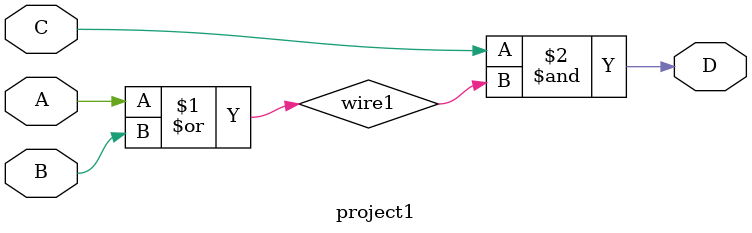
<source format=v>
`timescale 1ns / 1ps


module project1(
    A,
    B,
    C,
    D
    );
   
    input wire [0:0]A;
    input wire [0:0]B;
    input wire [0:0]C;
    output wire [0:0]D;
   
   
    wire wire1;
   
   
   
    or(wire1, A,B);
    and(D,C,wire1);
   
   
endmodule
</source>
